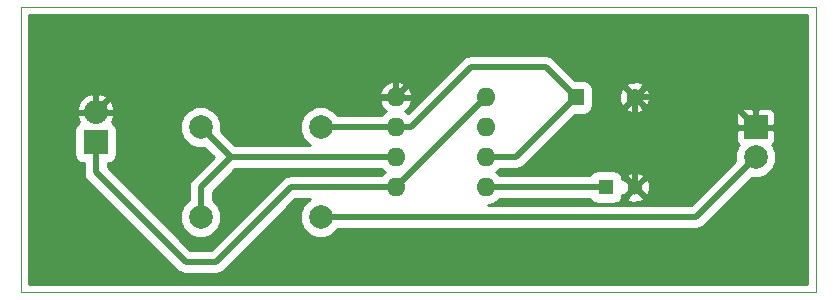
<source format=gbr>
G04 #@! TF.FileFunction,Copper,L2,Bot,Signal*
%FSLAX46Y46*%
G04 Gerber Fmt 4.6, Leading zero omitted, Abs format (unit mm)*
G04 Created by KiCad (PCBNEW 0.201509111501+6183~30~ubuntu14.04.1-product) date Wed 16 Sep 2015 08:53:59 PM CDT*
%MOMM*%
G01*
G04 APERTURE LIST*
%ADD10C,0.100000*%
%ADD11R,1.400000X1.400000*%
%ADD12C,1.400000*%
%ADD13R,1.300000X1.300000*%
%ADD14C,1.300000*%
%ADD15R,2.000000X2.000000*%
%ADD16C,2.000000*%
%ADD17R,2.032000X2.032000*%
%ADD18O,2.032000X2.032000*%
%ADD19C,1.998980*%
%ADD20O,1.600000X1.600000*%
%ADD21C,0.508000*%
%ADD22C,0.254000*%
G04 APERTURE END LIST*
D10*
X161290000Y-93980000D02*
X93980000Y-93980000D01*
X161290000Y-118110000D02*
X161290000Y-93980000D01*
X93980000Y-118110000D02*
X161290000Y-118110000D01*
X93980000Y-93980000D02*
X93980000Y-118110000D01*
D11*
X140970000Y-101600000D03*
D12*
X145970000Y-101600000D03*
D13*
X143510000Y-109220000D03*
D14*
X146010000Y-109220000D03*
D15*
X156210000Y-104140000D03*
D16*
X156210000Y-106680000D03*
D17*
X100330000Y-105410000D03*
D18*
X100330000Y-102870000D03*
D19*
X109220000Y-104140000D03*
X119380000Y-104140000D03*
X119380000Y-111760000D03*
X109220000Y-111760000D03*
D20*
X125730000Y-101600000D03*
X125730000Y-104140000D03*
X125730000Y-106680000D03*
X125730000Y-109220000D03*
X133350000Y-109220000D03*
X133350000Y-106680000D03*
X133350000Y-104140000D03*
X133350000Y-101600000D03*
D21*
X140970000Y-101600000D02*
X138430000Y-99060000D01*
X127000000Y-104140000D02*
X125730000Y-104140000D01*
X132080000Y-99060000D02*
X127000000Y-104140000D01*
X138430000Y-99060000D02*
X132080000Y-99060000D01*
X140970000Y-101600000D02*
X135890000Y-106680000D01*
X135890000Y-106680000D02*
X133350000Y-106680000D01*
X119380000Y-104140000D02*
X125730000Y-104140000D01*
X145970000Y-101600000D02*
X153670000Y-101600000D01*
X153670000Y-101600000D02*
X156210000Y-104140000D01*
X125730000Y-101600000D02*
X130810000Y-96520000D01*
X140890000Y-96520000D02*
X145970000Y-101600000D01*
X130810000Y-96520000D02*
X140890000Y-96520000D01*
X146010000Y-109220000D02*
X146010000Y-101640000D01*
X146010000Y-101640000D02*
X145970000Y-101600000D01*
X100330000Y-102870000D02*
X101600000Y-101600000D01*
X101600000Y-101600000D02*
X125730000Y-101600000D01*
X133350000Y-109220000D02*
X143510000Y-109220000D01*
X156210000Y-106680000D02*
X151130000Y-111760000D01*
X151130000Y-111760000D02*
X119380000Y-111760000D01*
X125730000Y-109220000D02*
X116840000Y-109220000D01*
X100330000Y-107950000D02*
X100330000Y-105410000D01*
X107950000Y-115570000D02*
X100330000Y-107950000D01*
X110490000Y-115570000D02*
X107950000Y-115570000D01*
X116840000Y-109220000D02*
X110490000Y-115570000D01*
X133350000Y-101600000D02*
X125730000Y-109220000D01*
X109220000Y-111760000D02*
X109220000Y-109220000D01*
X109220000Y-109220000D02*
X111760000Y-106680000D01*
X125730000Y-106680000D02*
X111760000Y-106680000D01*
X111760000Y-106680000D02*
X109220000Y-104140000D01*
D22*
G36*
X160605000Y-117425000D02*
X94665000Y-117425000D01*
X94665000Y-104394000D01*
X98537072Y-104394000D01*
X98537072Y-106426000D01*
X98590205Y-106708380D01*
X98757092Y-106967729D01*
X99011731Y-107141717D01*
X99314000Y-107202928D01*
X99314000Y-107950000D01*
X99358680Y-108174622D01*
X99391338Y-108338807D01*
X99611580Y-108668420D01*
X107231579Y-116288420D01*
X107451821Y-116435581D01*
X107561194Y-116508662D01*
X107950000Y-116586000D01*
X110490000Y-116586000D01*
X110814300Y-116521493D01*
X110878807Y-116508662D01*
X111208420Y-116288420D01*
X117260841Y-110236000D01*
X118455645Y-110236000D01*
X118383499Y-110265810D01*
X117887552Y-110760893D01*
X117618816Y-111408081D01*
X117618205Y-112108845D01*
X117885810Y-112756501D01*
X118380893Y-113252448D01*
X119028081Y-113521184D01*
X119728845Y-113521795D01*
X120376501Y-113254190D01*
X120855526Y-112776000D01*
X151130000Y-112776000D01*
X151454300Y-112711493D01*
X151518807Y-112698662D01*
X151848420Y-112478420D01*
X155885123Y-108441718D01*
X156558946Y-108442306D01*
X157206789Y-108174622D01*
X157702880Y-107679396D01*
X157971694Y-107032021D01*
X157972306Y-106331054D01*
X157704622Y-105683211D01*
X157634779Y-105613246D01*
X157748327Y-105499699D01*
X157845000Y-105266310D01*
X157845000Y-104425750D01*
X157686250Y-104267000D01*
X156337000Y-104267000D01*
X156337000Y-104287000D01*
X156083000Y-104287000D01*
X156083000Y-104267000D01*
X154733750Y-104267000D01*
X154575000Y-104425750D01*
X154575000Y-105266310D01*
X154671673Y-105499699D01*
X154784908Y-105612934D01*
X154717120Y-105680604D01*
X154448306Y-106327979D01*
X154447715Y-107005445D01*
X150709160Y-110744000D01*
X133571640Y-110744000D01*
X133978353Y-110663100D01*
X134485102Y-110324501D01*
X134544237Y-110236000D01*
X142190013Y-110236000D01*
X142303092Y-110411729D01*
X142557731Y-110585717D01*
X142860000Y-110646928D01*
X144160000Y-110646928D01*
X144442380Y-110593795D01*
X144701729Y-110426908D01*
X144875717Y-110172269D01*
X144886501Y-110119016D01*
X145290590Y-110119016D01*
X145346271Y-110349611D01*
X145829078Y-110517622D01*
X146339428Y-110488083D01*
X146673729Y-110349611D01*
X146729410Y-110119016D01*
X146010000Y-109399605D01*
X145290590Y-110119016D01*
X144886501Y-110119016D01*
X144931642Y-109896105D01*
X145110984Y-109939410D01*
X145830395Y-109220000D01*
X146189605Y-109220000D01*
X146909016Y-109939410D01*
X147139611Y-109883729D01*
X147307622Y-109400922D01*
X147278083Y-108890572D01*
X147139611Y-108556271D01*
X146909016Y-108500590D01*
X146189605Y-109220000D01*
X145830395Y-109220000D01*
X145110984Y-108500590D01*
X144932000Y-108543809D01*
X144890073Y-108320984D01*
X145290590Y-108320984D01*
X146010000Y-109040395D01*
X146729410Y-108320984D01*
X146673729Y-108090389D01*
X146190922Y-107922378D01*
X145680572Y-107951917D01*
X145346271Y-108090389D01*
X145290590Y-108320984D01*
X144890073Y-108320984D01*
X144883795Y-108287620D01*
X144716908Y-108028271D01*
X144462269Y-107854283D01*
X144160000Y-107793072D01*
X142860000Y-107793072D01*
X142577620Y-107846205D01*
X142318271Y-108013092D01*
X142187829Y-108204000D01*
X134544237Y-108204000D01*
X134485102Y-108115499D01*
X134237415Y-107950000D01*
X134485102Y-107784501D01*
X134544237Y-107696000D01*
X135890000Y-107696000D01*
X136214300Y-107631493D01*
X136278807Y-107618662D01*
X136608420Y-107398420D01*
X140929913Y-103076928D01*
X141670000Y-103076928D01*
X141952380Y-103023795D01*
X141968083Y-103013690D01*
X154575000Y-103013690D01*
X154575000Y-103854250D01*
X154733750Y-104013000D01*
X156083000Y-104013000D01*
X156083000Y-102663750D01*
X156337000Y-102663750D01*
X156337000Y-104013000D01*
X157686250Y-104013000D01*
X157845000Y-103854250D01*
X157845000Y-103013690D01*
X157748327Y-102780301D01*
X157569698Y-102601673D01*
X157336309Y-102505000D01*
X156495750Y-102505000D01*
X156337000Y-102663750D01*
X156083000Y-102663750D01*
X155924250Y-102505000D01*
X155083691Y-102505000D01*
X154850302Y-102601673D01*
X154671673Y-102780301D01*
X154575000Y-103013690D01*
X141968083Y-103013690D01*
X142211729Y-102856908D01*
X142385717Y-102602269D01*
X142399283Y-102535275D01*
X145214331Y-102535275D01*
X145276169Y-102771042D01*
X145777122Y-102947419D01*
X146307440Y-102918664D01*
X146663831Y-102771042D01*
X146725669Y-102535275D01*
X145970000Y-101779605D01*
X145214331Y-102535275D01*
X142399283Y-102535275D01*
X142446928Y-102300000D01*
X142446928Y-101407122D01*
X144622581Y-101407122D01*
X144651336Y-101937440D01*
X144798958Y-102293831D01*
X145034725Y-102355669D01*
X145790395Y-101600000D01*
X146149605Y-101600000D01*
X146905275Y-102355669D01*
X147141042Y-102293831D01*
X147317419Y-101792878D01*
X147288664Y-101262560D01*
X147141042Y-100906169D01*
X146905275Y-100844331D01*
X146149605Y-101600000D01*
X145790395Y-101600000D01*
X145034725Y-100844331D01*
X144798958Y-100906169D01*
X144622581Y-101407122D01*
X142446928Y-101407122D01*
X142446928Y-100900000D01*
X142402659Y-100664725D01*
X145214331Y-100664725D01*
X145970000Y-101420395D01*
X146725669Y-100664725D01*
X146663831Y-100428958D01*
X146162878Y-100252581D01*
X145632560Y-100281336D01*
X145276169Y-100428958D01*
X145214331Y-100664725D01*
X142402659Y-100664725D01*
X142393795Y-100617620D01*
X142226908Y-100358271D01*
X141972269Y-100184283D01*
X141670000Y-100123072D01*
X140929913Y-100123072D01*
X139148420Y-98341580D01*
X138818807Y-98121338D01*
X138754300Y-98108507D01*
X138430000Y-98044000D01*
X132080000Y-98044000D01*
X131755700Y-98108507D01*
X131691193Y-98121338D01*
X131361580Y-98341579D01*
X126746745Y-102956415D01*
X126500995Y-102792210D01*
X126585134Y-102752389D01*
X126961041Y-102337423D01*
X127121904Y-101949039D01*
X126999915Y-101727000D01*
X125857000Y-101727000D01*
X125857000Y-101747000D01*
X125603000Y-101747000D01*
X125603000Y-101727000D01*
X124460085Y-101727000D01*
X124338096Y-101949039D01*
X124498959Y-102337423D01*
X124874866Y-102752389D01*
X124959005Y-102792210D01*
X124594898Y-103035499D01*
X124535763Y-103124000D01*
X120854725Y-103124000D01*
X120379107Y-102647552D01*
X119731919Y-102378816D01*
X119031155Y-102378205D01*
X118383499Y-102645810D01*
X117887552Y-103140893D01*
X117618816Y-103788081D01*
X117618205Y-104488845D01*
X117885810Y-105136501D01*
X118380893Y-105632448D01*
X118456879Y-105664000D01*
X112180841Y-105664000D01*
X110981208Y-104464368D01*
X110981795Y-103791155D01*
X110714190Y-103143499D01*
X110219107Y-102647552D01*
X109571919Y-102378816D01*
X108871155Y-102378205D01*
X108223499Y-102645810D01*
X107727552Y-103140893D01*
X107458816Y-103788081D01*
X107458205Y-104488845D01*
X107725810Y-105136501D01*
X108220893Y-105632448D01*
X108868081Y-105901184D01*
X109544934Y-105901774D01*
X110323159Y-106680000D01*
X108501580Y-108501580D01*
X108281338Y-108831193D01*
X108281338Y-108831194D01*
X108204000Y-109220000D01*
X108204000Y-110285275D01*
X107727552Y-110760893D01*
X107458816Y-111408081D01*
X107458205Y-112108845D01*
X107725810Y-112756501D01*
X108220893Y-113252448D01*
X108868081Y-113521184D01*
X109568845Y-113521795D01*
X110216501Y-113254190D01*
X110712448Y-112759107D01*
X110981184Y-112111919D01*
X110981795Y-111411155D01*
X110714190Y-110763499D01*
X110236000Y-110284474D01*
X110236000Y-109640840D01*
X112180841Y-107696000D01*
X124535763Y-107696000D01*
X124594898Y-107784501D01*
X124842585Y-107950000D01*
X124594898Y-108115499D01*
X124535763Y-108204000D01*
X116840000Y-108204000D01*
X116519601Y-108267731D01*
X116451193Y-108281338D01*
X116121579Y-108501580D01*
X110069160Y-114554000D01*
X108370841Y-114554000D01*
X101346000Y-107529160D01*
X101346000Y-107202928D01*
X101628380Y-107149795D01*
X101887729Y-106982908D01*
X102061717Y-106728269D01*
X102122928Y-106426000D01*
X102122928Y-104394000D01*
X102069795Y-104111620D01*
X101902908Y-103852271D01*
X101734301Y-103737066D01*
X101736385Y-103734818D01*
X101935975Y-103252944D01*
X101816836Y-102997000D01*
X100457000Y-102997000D01*
X100457000Y-103017000D01*
X100203000Y-103017000D01*
X100203000Y-102997000D01*
X98843164Y-102997000D01*
X98724025Y-103252944D01*
X98923615Y-103734818D01*
X98926453Y-103737878D01*
X98772271Y-103837092D01*
X98598283Y-104091731D01*
X98537072Y-104394000D01*
X94665000Y-104394000D01*
X94665000Y-102487056D01*
X98724025Y-102487056D01*
X98843164Y-102743000D01*
X100203000Y-102743000D01*
X100203000Y-101382633D01*
X100457000Y-101382633D01*
X100457000Y-102743000D01*
X101816836Y-102743000D01*
X101935975Y-102487056D01*
X101736385Y-102005182D01*
X101298379Y-101532812D01*
X100712946Y-101264017D01*
X100457000Y-101382633D01*
X100203000Y-101382633D01*
X99947054Y-101264017D01*
X99361621Y-101532812D01*
X98923615Y-102005182D01*
X98724025Y-102487056D01*
X94665000Y-102487056D01*
X94665000Y-101250961D01*
X124338096Y-101250961D01*
X124460085Y-101473000D01*
X125603000Y-101473000D01*
X125603000Y-100329371D01*
X125857000Y-100329371D01*
X125857000Y-101473000D01*
X126999915Y-101473000D01*
X127121904Y-101250961D01*
X126961041Y-100862577D01*
X126585134Y-100447611D01*
X126079041Y-100208086D01*
X125857000Y-100329371D01*
X125603000Y-100329371D01*
X125380959Y-100208086D01*
X124874866Y-100447611D01*
X124498959Y-100862577D01*
X124338096Y-101250961D01*
X94665000Y-101250961D01*
X94665000Y-94665000D01*
X160605000Y-94665000D01*
X160605000Y-117425000D01*
X160605000Y-117425000D01*
G37*
X160605000Y-117425000D02*
X94665000Y-117425000D01*
X94665000Y-104394000D01*
X98537072Y-104394000D01*
X98537072Y-106426000D01*
X98590205Y-106708380D01*
X98757092Y-106967729D01*
X99011731Y-107141717D01*
X99314000Y-107202928D01*
X99314000Y-107950000D01*
X99358680Y-108174622D01*
X99391338Y-108338807D01*
X99611580Y-108668420D01*
X107231579Y-116288420D01*
X107451821Y-116435581D01*
X107561194Y-116508662D01*
X107950000Y-116586000D01*
X110490000Y-116586000D01*
X110814300Y-116521493D01*
X110878807Y-116508662D01*
X111208420Y-116288420D01*
X117260841Y-110236000D01*
X118455645Y-110236000D01*
X118383499Y-110265810D01*
X117887552Y-110760893D01*
X117618816Y-111408081D01*
X117618205Y-112108845D01*
X117885810Y-112756501D01*
X118380893Y-113252448D01*
X119028081Y-113521184D01*
X119728845Y-113521795D01*
X120376501Y-113254190D01*
X120855526Y-112776000D01*
X151130000Y-112776000D01*
X151454300Y-112711493D01*
X151518807Y-112698662D01*
X151848420Y-112478420D01*
X155885123Y-108441718D01*
X156558946Y-108442306D01*
X157206789Y-108174622D01*
X157702880Y-107679396D01*
X157971694Y-107032021D01*
X157972306Y-106331054D01*
X157704622Y-105683211D01*
X157634779Y-105613246D01*
X157748327Y-105499699D01*
X157845000Y-105266310D01*
X157845000Y-104425750D01*
X157686250Y-104267000D01*
X156337000Y-104267000D01*
X156337000Y-104287000D01*
X156083000Y-104287000D01*
X156083000Y-104267000D01*
X154733750Y-104267000D01*
X154575000Y-104425750D01*
X154575000Y-105266310D01*
X154671673Y-105499699D01*
X154784908Y-105612934D01*
X154717120Y-105680604D01*
X154448306Y-106327979D01*
X154447715Y-107005445D01*
X150709160Y-110744000D01*
X133571640Y-110744000D01*
X133978353Y-110663100D01*
X134485102Y-110324501D01*
X134544237Y-110236000D01*
X142190013Y-110236000D01*
X142303092Y-110411729D01*
X142557731Y-110585717D01*
X142860000Y-110646928D01*
X144160000Y-110646928D01*
X144442380Y-110593795D01*
X144701729Y-110426908D01*
X144875717Y-110172269D01*
X144886501Y-110119016D01*
X145290590Y-110119016D01*
X145346271Y-110349611D01*
X145829078Y-110517622D01*
X146339428Y-110488083D01*
X146673729Y-110349611D01*
X146729410Y-110119016D01*
X146010000Y-109399605D01*
X145290590Y-110119016D01*
X144886501Y-110119016D01*
X144931642Y-109896105D01*
X145110984Y-109939410D01*
X145830395Y-109220000D01*
X146189605Y-109220000D01*
X146909016Y-109939410D01*
X147139611Y-109883729D01*
X147307622Y-109400922D01*
X147278083Y-108890572D01*
X147139611Y-108556271D01*
X146909016Y-108500590D01*
X146189605Y-109220000D01*
X145830395Y-109220000D01*
X145110984Y-108500590D01*
X144932000Y-108543809D01*
X144890073Y-108320984D01*
X145290590Y-108320984D01*
X146010000Y-109040395D01*
X146729410Y-108320984D01*
X146673729Y-108090389D01*
X146190922Y-107922378D01*
X145680572Y-107951917D01*
X145346271Y-108090389D01*
X145290590Y-108320984D01*
X144890073Y-108320984D01*
X144883795Y-108287620D01*
X144716908Y-108028271D01*
X144462269Y-107854283D01*
X144160000Y-107793072D01*
X142860000Y-107793072D01*
X142577620Y-107846205D01*
X142318271Y-108013092D01*
X142187829Y-108204000D01*
X134544237Y-108204000D01*
X134485102Y-108115499D01*
X134237415Y-107950000D01*
X134485102Y-107784501D01*
X134544237Y-107696000D01*
X135890000Y-107696000D01*
X136214300Y-107631493D01*
X136278807Y-107618662D01*
X136608420Y-107398420D01*
X140929913Y-103076928D01*
X141670000Y-103076928D01*
X141952380Y-103023795D01*
X141968083Y-103013690D01*
X154575000Y-103013690D01*
X154575000Y-103854250D01*
X154733750Y-104013000D01*
X156083000Y-104013000D01*
X156083000Y-102663750D01*
X156337000Y-102663750D01*
X156337000Y-104013000D01*
X157686250Y-104013000D01*
X157845000Y-103854250D01*
X157845000Y-103013690D01*
X157748327Y-102780301D01*
X157569698Y-102601673D01*
X157336309Y-102505000D01*
X156495750Y-102505000D01*
X156337000Y-102663750D01*
X156083000Y-102663750D01*
X155924250Y-102505000D01*
X155083691Y-102505000D01*
X154850302Y-102601673D01*
X154671673Y-102780301D01*
X154575000Y-103013690D01*
X141968083Y-103013690D01*
X142211729Y-102856908D01*
X142385717Y-102602269D01*
X142399283Y-102535275D01*
X145214331Y-102535275D01*
X145276169Y-102771042D01*
X145777122Y-102947419D01*
X146307440Y-102918664D01*
X146663831Y-102771042D01*
X146725669Y-102535275D01*
X145970000Y-101779605D01*
X145214331Y-102535275D01*
X142399283Y-102535275D01*
X142446928Y-102300000D01*
X142446928Y-101407122D01*
X144622581Y-101407122D01*
X144651336Y-101937440D01*
X144798958Y-102293831D01*
X145034725Y-102355669D01*
X145790395Y-101600000D01*
X146149605Y-101600000D01*
X146905275Y-102355669D01*
X147141042Y-102293831D01*
X147317419Y-101792878D01*
X147288664Y-101262560D01*
X147141042Y-100906169D01*
X146905275Y-100844331D01*
X146149605Y-101600000D01*
X145790395Y-101600000D01*
X145034725Y-100844331D01*
X144798958Y-100906169D01*
X144622581Y-101407122D01*
X142446928Y-101407122D01*
X142446928Y-100900000D01*
X142402659Y-100664725D01*
X145214331Y-100664725D01*
X145970000Y-101420395D01*
X146725669Y-100664725D01*
X146663831Y-100428958D01*
X146162878Y-100252581D01*
X145632560Y-100281336D01*
X145276169Y-100428958D01*
X145214331Y-100664725D01*
X142402659Y-100664725D01*
X142393795Y-100617620D01*
X142226908Y-100358271D01*
X141972269Y-100184283D01*
X141670000Y-100123072D01*
X140929913Y-100123072D01*
X139148420Y-98341580D01*
X138818807Y-98121338D01*
X138754300Y-98108507D01*
X138430000Y-98044000D01*
X132080000Y-98044000D01*
X131755700Y-98108507D01*
X131691193Y-98121338D01*
X131361580Y-98341579D01*
X126746745Y-102956415D01*
X126500995Y-102792210D01*
X126585134Y-102752389D01*
X126961041Y-102337423D01*
X127121904Y-101949039D01*
X126999915Y-101727000D01*
X125857000Y-101727000D01*
X125857000Y-101747000D01*
X125603000Y-101747000D01*
X125603000Y-101727000D01*
X124460085Y-101727000D01*
X124338096Y-101949039D01*
X124498959Y-102337423D01*
X124874866Y-102752389D01*
X124959005Y-102792210D01*
X124594898Y-103035499D01*
X124535763Y-103124000D01*
X120854725Y-103124000D01*
X120379107Y-102647552D01*
X119731919Y-102378816D01*
X119031155Y-102378205D01*
X118383499Y-102645810D01*
X117887552Y-103140893D01*
X117618816Y-103788081D01*
X117618205Y-104488845D01*
X117885810Y-105136501D01*
X118380893Y-105632448D01*
X118456879Y-105664000D01*
X112180841Y-105664000D01*
X110981208Y-104464368D01*
X110981795Y-103791155D01*
X110714190Y-103143499D01*
X110219107Y-102647552D01*
X109571919Y-102378816D01*
X108871155Y-102378205D01*
X108223499Y-102645810D01*
X107727552Y-103140893D01*
X107458816Y-103788081D01*
X107458205Y-104488845D01*
X107725810Y-105136501D01*
X108220893Y-105632448D01*
X108868081Y-105901184D01*
X109544934Y-105901774D01*
X110323159Y-106680000D01*
X108501580Y-108501580D01*
X108281338Y-108831193D01*
X108281338Y-108831194D01*
X108204000Y-109220000D01*
X108204000Y-110285275D01*
X107727552Y-110760893D01*
X107458816Y-111408081D01*
X107458205Y-112108845D01*
X107725810Y-112756501D01*
X108220893Y-113252448D01*
X108868081Y-113521184D01*
X109568845Y-113521795D01*
X110216501Y-113254190D01*
X110712448Y-112759107D01*
X110981184Y-112111919D01*
X110981795Y-111411155D01*
X110714190Y-110763499D01*
X110236000Y-110284474D01*
X110236000Y-109640840D01*
X112180841Y-107696000D01*
X124535763Y-107696000D01*
X124594898Y-107784501D01*
X124842585Y-107950000D01*
X124594898Y-108115499D01*
X124535763Y-108204000D01*
X116840000Y-108204000D01*
X116519601Y-108267731D01*
X116451193Y-108281338D01*
X116121579Y-108501580D01*
X110069160Y-114554000D01*
X108370841Y-114554000D01*
X101346000Y-107529160D01*
X101346000Y-107202928D01*
X101628380Y-107149795D01*
X101887729Y-106982908D01*
X102061717Y-106728269D01*
X102122928Y-106426000D01*
X102122928Y-104394000D01*
X102069795Y-104111620D01*
X101902908Y-103852271D01*
X101734301Y-103737066D01*
X101736385Y-103734818D01*
X101935975Y-103252944D01*
X101816836Y-102997000D01*
X100457000Y-102997000D01*
X100457000Y-103017000D01*
X100203000Y-103017000D01*
X100203000Y-102997000D01*
X98843164Y-102997000D01*
X98724025Y-103252944D01*
X98923615Y-103734818D01*
X98926453Y-103737878D01*
X98772271Y-103837092D01*
X98598283Y-104091731D01*
X98537072Y-104394000D01*
X94665000Y-104394000D01*
X94665000Y-102487056D01*
X98724025Y-102487056D01*
X98843164Y-102743000D01*
X100203000Y-102743000D01*
X100203000Y-101382633D01*
X100457000Y-101382633D01*
X100457000Y-102743000D01*
X101816836Y-102743000D01*
X101935975Y-102487056D01*
X101736385Y-102005182D01*
X101298379Y-101532812D01*
X100712946Y-101264017D01*
X100457000Y-101382633D01*
X100203000Y-101382633D01*
X99947054Y-101264017D01*
X99361621Y-101532812D01*
X98923615Y-102005182D01*
X98724025Y-102487056D01*
X94665000Y-102487056D01*
X94665000Y-101250961D01*
X124338096Y-101250961D01*
X124460085Y-101473000D01*
X125603000Y-101473000D01*
X125603000Y-100329371D01*
X125857000Y-100329371D01*
X125857000Y-101473000D01*
X126999915Y-101473000D01*
X127121904Y-101250961D01*
X126961041Y-100862577D01*
X126585134Y-100447611D01*
X126079041Y-100208086D01*
X125857000Y-100329371D01*
X125603000Y-100329371D01*
X125380959Y-100208086D01*
X124874866Y-100447611D01*
X124498959Y-100862577D01*
X124338096Y-101250961D01*
X94665000Y-101250961D01*
X94665000Y-94665000D01*
X160605000Y-94665000D01*
X160605000Y-117425000D01*
M02*

</source>
